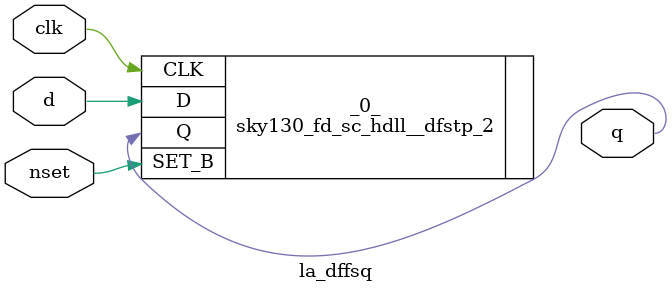
<source format=v>

/* Generated by Yosys 0.37 (git sha1 a5c7f69ed, clang 14.0.0-1ubuntu1.1 -fPIC -Os) */

module la_dffsq(d, clk, nset, q);
  input clk;
  wire clk;
  input d;
  wire d;
  input nset;
  wire nset;
  output q;
  wire q;
  sky130_fd_sc_hdll__dfstp_2 _0_ (
    .CLK(clk),
    .D(d),
    .Q(q),
    .SET_B(nset)
  );
endmodule

</source>
